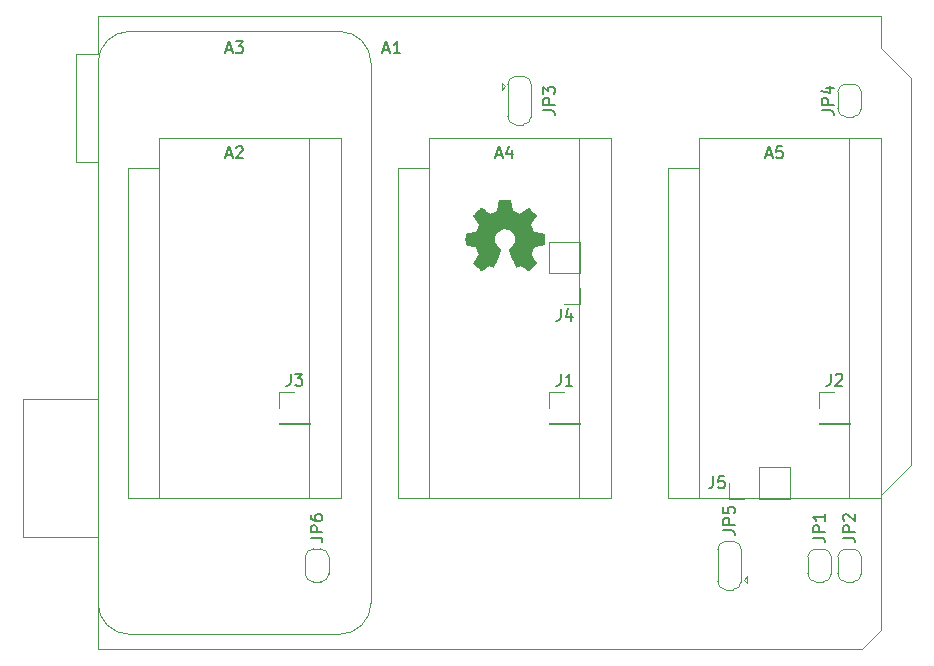
<source format=gbr>
G04 #@! TF.GenerationSoftware,KiCad,Pcbnew,5.1.5+dfsg1-2build2*
G04 #@! TF.CreationDate,2021-03-15T22:18:43+01:00*
G04 #@! TF.ProjectId,ProMicro_ADAPT,50726f4d-6963-4726-9f5f-41444150542e,v1.0*
G04 #@! TF.SameCoordinates,Original*
G04 #@! TF.FileFunction,Legend,Top*
G04 #@! TF.FilePolarity,Positive*
%FSLAX46Y46*%
G04 Gerber Fmt 4.6, Leading zero omitted, Abs format (unit mm)*
G04 Created by KiCad*
%MOMM*%
%LPD*%
G04 APERTURE LIST*
%ADD10C,0.120000*%
%ADD11C,0.010000*%
%ADD12C,0.150000*%
G04 APERTURE END LIST*
D10*
X124590000Y-110240000D02*
X127130000Y-107700000D01*
X124590000Y-121670000D02*
X124590000Y-110240000D01*
X122940000Y-123320000D02*
X124590000Y-121670000D01*
X58290000Y-123320000D02*
X122940000Y-123320000D01*
X58290000Y-113790000D02*
X58290000Y-123320000D01*
X51940000Y-113790000D02*
X58290000Y-113790000D01*
X51940000Y-102110000D02*
X51940000Y-113790000D01*
X58290000Y-102110000D02*
X51940000Y-102110000D01*
X58290000Y-82040000D02*
X58290000Y-102110000D01*
X56390000Y-82040000D02*
X58290000Y-82040000D01*
X56390000Y-72900000D02*
X56390000Y-82040000D01*
X58290000Y-72900000D02*
X56390000Y-72900000D01*
X58290000Y-69720000D02*
X58290000Y-72900000D01*
X124590000Y-69720000D02*
X58290000Y-69720000D01*
X124590000Y-72390000D02*
X124590000Y-69720000D01*
X127130000Y-74930000D02*
X124590000Y-72390000D01*
X127130000Y-107700000D02*
X127130000Y-74930000D01*
X111700000Y-110550000D02*
X111700000Y-109220000D01*
X113030000Y-110550000D02*
X111700000Y-110550000D01*
X114300000Y-110550000D02*
X114300000Y-107890000D01*
X114300000Y-107890000D02*
X116900000Y-107890000D01*
X114300000Y-110550000D02*
X116900000Y-110550000D01*
X116900000Y-110550000D02*
X116900000Y-107890000D01*
X99120000Y-94040000D02*
X97790000Y-94040000D01*
X99120000Y-92710000D02*
X99120000Y-94040000D01*
X99120000Y-91440000D02*
X96460000Y-91440000D01*
X96460000Y-91440000D02*
X96460000Y-88840000D01*
X99120000Y-91440000D02*
X99120000Y-88840000D01*
X99120000Y-88840000D02*
X96460000Y-88840000D01*
X106550000Y-82550000D02*
X106550000Y-110490000D01*
X121920000Y-80010000D02*
X121920000Y-110490000D01*
X109220000Y-82550000D02*
X106550000Y-82550000D01*
X109220000Y-80010000D02*
X109220000Y-110490000D01*
X106550000Y-110490000D02*
X124590000Y-110490000D01*
X124590000Y-110490000D02*
X124590000Y-80010000D01*
X124590000Y-80010000D02*
X109220000Y-80010000D01*
X83690000Y-82550000D02*
X83690000Y-110490000D01*
X99060000Y-80010000D02*
X99060000Y-110490000D01*
X86360000Y-82550000D02*
X83690000Y-82550000D01*
X86360000Y-80010000D02*
X86360000Y-110490000D01*
X83690000Y-110490000D02*
X101730000Y-110490000D01*
X101730000Y-110490000D02*
X101730000Y-80010000D01*
X101730000Y-80010000D02*
X86360000Y-80010000D01*
X60830000Y-82550000D02*
X60830000Y-110490000D01*
X76200000Y-80010000D02*
X76200000Y-110490000D01*
X63500000Y-82550000D02*
X60830000Y-82550000D01*
X63500000Y-80010000D02*
X63500000Y-110490000D01*
X60830000Y-110490000D02*
X78870000Y-110490000D01*
X78870000Y-110490000D02*
X78870000Y-80010000D01*
X78870000Y-80010000D02*
X63500000Y-80010000D01*
X77835000Y-115505000D02*
X77835000Y-116905000D01*
X77135000Y-117605000D02*
X76535000Y-117605000D01*
X75835000Y-116905000D02*
X75835000Y-115505000D01*
X76535000Y-114805000D02*
X77135000Y-114805000D01*
X77135000Y-114805000D02*
G75*
G02X77835000Y-115505000I0J-700000D01*
G01*
X75835000Y-115505000D02*
G75*
G02X76535000Y-114805000I700000J0D01*
G01*
X76535000Y-117605000D02*
G75*
G02X75835000Y-116905000I0J700000D01*
G01*
X77835000Y-116905000D02*
G75*
G02X77135000Y-117605000I-700000J0D01*
G01*
X111460000Y-118255000D02*
G75*
G02X110760000Y-117555000I0J700000D01*
G01*
X112760000Y-117555000D02*
G75*
G02X112060000Y-118255000I-700000J0D01*
G01*
X112060000Y-114155000D02*
G75*
G02X112760000Y-114855000I0J-700000D01*
G01*
X110760000Y-114855000D02*
G75*
G02X111460000Y-114155000I700000J0D01*
G01*
X110760000Y-117605000D02*
X110760000Y-114805000D01*
X111460000Y-114155000D02*
X112060000Y-114155000D01*
X112760000Y-114805000D02*
X112760000Y-117605000D01*
X112060000Y-118255000D02*
X111460000Y-118255000D01*
X112960000Y-117405000D02*
X113260000Y-117705000D01*
X113260000Y-117705000D02*
X113260000Y-117105000D01*
X112960000Y-117405000D02*
X113260000Y-117105000D01*
X120920000Y-77535000D02*
X120920000Y-76135000D01*
X121620000Y-75435000D02*
X122220000Y-75435000D01*
X122920000Y-76135000D02*
X122920000Y-77535000D01*
X122220000Y-78235000D02*
X121620000Y-78235000D01*
X121620000Y-78235000D02*
G75*
G02X120920000Y-77535000I0J700000D01*
G01*
X122920000Y-77535000D02*
G75*
G02X122220000Y-78235000I-700000J0D01*
G01*
X122220000Y-75435000D02*
G75*
G02X122920000Y-76135000I0J-700000D01*
G01*
X120920000Y-76135000D02*
G75*
G02X121620000Y-75435000I700000J0D01*
G01*
X94280000Y-74785000D02*
G75*
G02X94980000Y-75485000I0J-700000D01*
G01*
X92980000Y-75485000D02*
G75*
G02X93680000Y-74785000I700000J0D01*
G01*
X93680000Y-78885000D02*
G75*
G02X92980000Y-78185000I0J700000D01*
G01*
X94980000Y-78185000D02*
G75*
G02X94280000Y-78885000I-700000J0D01*
G01*
X94980000Y-75435000D02*
X94980000Y-78235000D01*
X94280000Y-78885000D02*
X93680000Y-78885000D01*
X92980000Y-78235000D02*
X92980000Y-75435000D01*
X93680000Y-74785000D02*
X94280000Y-74785000D01*
X92780000Y-75635000D02*
X92480000Y-75335000D01*
X92480000Y-75335000D02*
X92480000Y-75935000D01*
X92780000Y-75635000D02*
X92480000Y-75935000D01*
X120920000Y-116905000D02*
X120920000Y-115505000D01*
X121620000Y-114805000D02*
X122220000Y-114805000D01*
X122920000Y-115505000D02*
X122920000Y-116905000D01*
X122220000Y-117605000D02*
X121620000Y-117605000D01*
X121620000Y-117605000D02*
G75*
G02X120920000Y-116905000I0J700000D01*
G01*
X122920000Y-116905000D02*
G75*
G02X122220000Y-117605000I-700000J0D01*
G01*
X122220000Y-114805000D02*
G75*
G02X122920000Y-115505000I0J-700000D01*
G01*
X120920000Y-115505000D02*
G75*
G02X121620000Y-114805000I700000J0D01*
G01*
X118380000Y-116905000D02*
X118380000Y-115505000D01*
X119080000Y-114805000D02*
X119680000Y-114805000D01*
X120380000Y-115505000D02*
X120380000Y-116905000D01*
X119680000Y-117605000D02*
X119080000Y-117605000D01*
X119080000Y-117605000D02*
G75*
G02X118380000Y-116905000I0J700000D01*
G01*
X120380000Y-116905000D02*
G75*
G02X119680000Y-117605000I-700000J0D01*
G01*
X119680000Y-114805000D02*
G75*
G02X120380000Y-115505000I0J-700000D01*
G01*
X118380000Y-115505000D02*
G75*
G02X119080000Y-114805000I700000J0D01*
G01*
X73600000Y-101540000D02*
X74930000Y-101540000D01*
X73600000Y-102870000D02*
X73600000Y-101540000D01*
X73600000Y-104140000D02*
X76260000Y-104140000D01*
X76260000Y-104140000D02*
X76260000Y-104200000D01*
X73600000Y-104140000D02*
X73600000Y-104200000D01*
X73600000Y-104200000D02*
X76260000Y-104200000D01*
X119320000Y-101540000D02*
X120650000Y-101540000D01*
X119320000Y-102870000D02*
X119320000Y-101540000D01*
X119320000Y-104140000D02*
X121980000Y-104140000D01*
X121980000Y-104140000D02*
X121980000Y-104200000D01*
X119320000Y-104140000D02*
X119320000Y-104200000D01*
X119320000Y-104200000D02*
X121980000Y-104200000D01*
X96460000Y-101540000D02*
X97790000Y-101540000D01*
X96460000Y-102870000D02*
X96460000Y-101540000D01*
X96460000Y-104140000D02*
X99120000Y-104140000D01*
X99120000Y-104140000D02*
X99120000Y-104200000D01*
X96460000Y-104140000D02*
X96460000Y-104200000D01*
X96460000Y-104200000D02*
X99120000Y-104200000D01*
X60960000Y-122047000D02*
X78740000Y-122047000D01*
X60960000Y-70993000D02*
X78740000Y-70993000D01*
X58293000Y-119380000D02*
X58293000Y-73660000D01*
X81407000Y-119380000D02*
X81407000Y-73660000D01*
X60960000Y-122047000D02*
G75*
G02X58293000Y-119380000I0J2667000D01*
G01*
X81407000Y-119380000D02*
G75*
G02X78740000Y-122047000I-2667000J0D01*
G01*
X58293000Y-73660000D02*
G75*
G02X60960000Y-70993000I2667000J0D01*
G01*
X78740000Y-70993000D02*
G75*
G02X81407000Y-73660000I0J-2667000D01*
G01*
D11*
G36*
X93265814Y-85733931D02*
G01*
X93349635Y-86178555D01*
X93658920Y-86306053D01*
X93968206Y-86433551D01*
X94339246Y-86181246D01*
X94443157Y-86110996D01*
X94537087Y-86048272D01*
X94616652Y-85995938D01*
X94677470Y-85956857D01*
X94715157Y-85933893D01*
X94725421Y-85928942D01*
X94743910Y-85941676D01*
X94783420Y-85976882D01*
X94839522Y-86030062D01*
X94907787Y-86096718D01*
X94983786Y-86172354D01*
X95063092Y-86252472D01*
X95141275Y-86332574D01*
X95213907Y-86408164D01*
X95276559Y-86474745D01*
X95324803Y-86527818D01*
X95354210Y-86562887D01*
X95361241Y-86574623D01*
X95351123Y-86596260D01*
X95322759Y-86643662D01*
X95279129Y-86712193D01*
X95223218Y-86797215D01*
X95158006Y-86894093D01*
X95120219Y-86949350D01*
X95051343Y-87050248D01*
X94990140Y-87141299D01*
X94939578Y-87217970D01*
X94902628Y-87275728D01*
X94882258Y-87310043D01*
X94879197Y-87317254D01*
X94886136Y-87337748D01*
X94905051Y-87385513D01*
X94933087Y-87453832D01*
X94967391Y-87535989D01*
X95005109Y-87625270D01*
X95043387Y-87714958D01*
X95079370Y-87798338D01*
X95110206Y-87868694D01*
X95133039Y-87919310D01*
X95145017Y-87943471D01*
X95145724Y-87944422D01*
X95164531Y-87949036D01*
X95214618Y-87959328D01*
X95290793Y-87974287D01*
X95387865Y-87992901D01*
X95500643Y-88014159D01*
X95566442Y-88026418D01*
X95686950Y-88049362D01*
X95795797Y-88071195D01*
X95887476Y-88090722D01*
X95956481Y-88106748D01*
X95997304Y-88118079D01*
X96005511Y-88121674D01*
X96013548Y-88146006D01*
X96020033Y-88200959D01*
X96024970Y-88280108D01*
X96028364Y-88377026D01*
X96030218Y-88485287D01*
X96030538Y-88598465D01*
X96029327Y-88710135D01*
X96026590Y-88813868D01*
X96022331Y-88903241D01*
X96016555Y-88971826D01*
X96009267Y-89013197D01*
X96004895Y-89021810D01*
X95978764Y-89032133D01*
X95923393Y-89046892D01*
X95846107Y-89064352D01*
X95754230Y-89082780D01*
X95722158Y-89088741D01*
X95567524Y-89117066D01*
X95445375Y-89139876D01*
X95351673Y-89158080D01*
X95282384Y-89172583D01*
X95233471Y-89184292D01*
X95200897Y-89194115D01*
X95180628Y-89202956D01*
X95168626Y-89211724D01*
X95166947Y-89213457D01*
X95150184Y-89241371D01*
X95124614Y-89295695D01*
X95092788Y-89369777D01*
X95057260Y-89456965D01*
X95020583Y-89550608D01*
X94985311Y-89644052D01*
X94953996Y-89730647D01*
X94929193Y-89803740D01*
X94913454Y-89856678D01*
X94909332Y-89882811D01*
X94909676Y-89883726D01*
X94923641Y-89905086D01*
X94955322Y-89952084D01*
X95001391Y-90019827D01*
X95058518Y-90103423D01*
X95123373Y-90197982D01*
X95141843Y-90224854D01*
X95207699Y-90322275D01*
X95265650Y-90411163D01*
X95312538Y-90486412D01*
X95345207Y-90542920D01*
X95360500Y-90575581D01*
X95361241Y-90579593D01*
X95348392Y-90600684D01*
X95312888Y-90642464D01*
X95259293Y-90700445D01*
X95192171Y-90770135D01*
X95116087Y-90847045D01*
X95035604Y-90926683D01*
X94955287Y-91004561D01*
X94879699Y-91076186D01*
X94813405Y-91137070D01*
X94760969Y-91182721D01*
X94726955Y-91208650D01*
X94717545Y-91212883D01*
X94695643Y-91202912D01*
X94650800Y-91176020D01*
X94590321Y-91136736D01*
X94543789Y-91105117D01*
X94459475Y-91047098D01*
X94359626Y-90978784D01*
X94259473Y-90910579D01*
X94205627Y-90874075D01*
X94023371Y-90750800D01*
X93870381Y-90833520D01*
X93800682Y-90869759D01*
X93741414Y-90897926D01*
X93701311Y-90913991D01*
X93691103Y-90916226D01*
X93678829Y-90899722D01*
X93654613Y-90853082D01*
X93620263Y-90780609D01*
X93577588Y-90686606D01*
X93528394Y-90575374D01*
X93474490Y-90451215D01*
X93417684Y-90318432D01*
X93359782Y-90181327D01*
X93302593Y-90044202D01*
X93247924Y-89911358D01*
X93197584Y-89787098D01*
X93153380Y-89675725D01*
X93117119Y-89581539D01*
X93090609Y-89508844D01*
X93075658Y-89461941D01*
X93073254Y-89445833D01*
X93092311Y-89425286D01*
X93134036Y-89391933D01*
X93189706Y-89352702D01*
X93194378Y-89349599D01*
X93338264Y-89234423D01*
X93454283Y-89100053D01*
X93541430Y-88950784D01*
X93598699Y-88790913D01*
X93625086Y-88624737D01*
X93619585Y-88456552D01*
X93581190Y-88290655D01*
X93508895Y-88131342D01*
X93487626Y-88096487D01*
X93376996Y-87955737D01*
X93246302Y-87842714D01*
X93100064Y-87758003D01*
X92942808Y-87702194D01*
X92779057Y-87675874D01*
X92613333Y-87679630D01*
X92450162Y-87714050D01*
X92294065Y-87779723D01*
X92149567Y-87877235D01*
X92104869Y-87916813D01*
X91991112Y-88040703D01*
X91908218Y-88171124D01*
X91851356Y-88317315D01*
X91819687Y-88462088D01*
X91811869Y-88624860D01*
X91837938Y-88788440D01*
X91895245Y-88947298D01*
X91981144Y-89095906D01*
X92092986Y-89228735D01*
X92228123Y-89340256D01*
X92245883Y-89352011D01*
X92302150Y-89390508D01*
X92344923Y-89423863D01*
X92365372Y-89445160D01*
X92365669Y-89445833D01*
X92361279Y-89468871D01*
X92343876Y-89521157D01*
X92315268Y-89598390D01*
X92277265Y-89696268D01*
X92231674Y-89810491D01*
X92180303Y-89936758D01*
X92124962Y-90070767D01*
X92067458Y-90208218D01*
X92009601Y-90344808D01*
X91953198Y-90476237D01*
X91900058Y-90598205D01*
X91851990Y-90706409D01*
X91810801Y-90796549D01*
X91778301Y-90864323D01*
X91756297Y-90905430D01*
X91747436Y-90916226D01*
X91720360Y-90907819D01*
X91669697Y-90885272D01*
X91604183Y-90852613D01*
X91568159Y-90833520D01*
X91415168Y-90750800D01*
X91232912Y-90874075D01*
X91139875Y-90937228D01*
X91038015Y-91006727D01*
X90942562Y-91072165D01*
X90894750Y-91105117D01*
X90827505Y-91150273D01*
X90770564Y-91186057D01*
X90731354Y-91207938D01*
X90718619Y-91212563D01*
X90700083Y-91200085D01*
X90659059Y-91165252D01*
X90599525Y-91111678D01*
X90525458Y-91042983D01*
X90440835Y-90962781D01*
X90387315Y-90911286D01*
X90293681Y-90819286D01*
X90212759Y-90736999D01*
X90147823Y-90667945D01*
X90102142Y-90615644D01*
X90078989Y-90583616D01*
X90076768Y-90577116D01*
X90087076Y-90552394D01*
X90115561Y-90502405D01*
X90159063Y-90432212D01*
X90214423Y-90346875D01*
X90278480Y-90251456D01*
X90296697Y-90224854D01*
X90363073Y-90128167D01*
X90422622Y-90041117D01*
X90472016Y-89968595D01*
X90507925Y-89915493D01*
X90527019Y-89886703D01*
X90528864Y-89883726D01*
X90526105Y-89860782D01*
X90511462Y-89810336D01*
X90487487Y-89739041D01*
X90456734Y-89653547D01*
X90421756Y-89560507D01*
X90385107Y-89466574D01*
X90349339Y-89378399D01*
X90317006Y-89302634D01*
X90290662Y-89245931D01*
X90272858Y-89214943D01*
X90271593Y-89213457D01*
X90260706Y-89204601D01*
X90242318Y-89195843D01*
X90212394Y-89186277D01*
X90166897Y-89174996D01*
X90101791Y-89161093D01*
X90013039Y-89143663D01*
X89896607Y-89121798D01*
X89748458Y-89094591D01*
X89716382Y-89088741D01*
X89621314Y-89070374D01*
X89538435Y-89052405D01*
X89475070Y-89036569D01*
X89438542Y-89024600D01*
X89433644Y-89021810D01*
X89425573Y-88997072D01*
X89419013Y-88941790D01*
X89413967Y-88862389D01*
X89410441Y-88765296D01*
X89408439Y-88656938D01*
X89407964Y-88543740D01*
X89409023Y-88432128D01*
X89411618Y-88328529D01*
X89415754Y-88239368D01*
X89421437Y-88171072D01*
X89428669Y-88130066D01*
X89433029Y-88121674D01*
X89457302Y-88113208D01*
X89512574Y-88099435D01*
X89593338Y-88081550D01*
X89694088Y-88060748D01*
X89809317Y-88038223D01*
X89872098Y-88026418D01*
X89991213Y-88004151D01*
X90097435Y-87983979D01*
X90185573Y-87966915D01*
X90250434Y-87953969D01*
X90286826Y-87946155D01*
X90292816Y-87944422D01*
X90302939Y-87924890D01*
X90324338Y-87877843D01*
X90354161Y-87810003D01*
X90389555Y-87728091D01*
X90427668Y-87638828D01*
X90465647Y-87548935D01*
X90500640Y-87465135D01*
X90529794Y-87394147D01*
X90550257Y-87342694D01*
X90559177Y-87317497D01*
X90559343Y-87316396D01*
X90549231Y-87296519D01*
X90520883Y-87250777D01*
X90477277Y-87183717D01*
X90421394Y-87099884D01*
X90356213Y-87003826D01*
X90318321Y-86948650D01*
X90249275Y-86847481D01*
X90187950Y-86755630D01*
X90137337Y-86677744D01*
X90100429Y-86618469D01*
X90080218Y-86582451D01*
X90077299Y-86574377D01*
X90089847Y-86555584D01*
X90124537Y-86515457D01*
X90176937Y-86458493D01*
X90242616Y-86389185D01*
X90317144Y-86312031D01*
X90396087Y-86231525D01*
X90475017Y-86152163D01*
X90549500Y-86078440D01*
X90615106Y-86014852D01*
X90667404Y-85965894D01*
X90701961Y-85936061D01*
X90713522Y-85928942D01*
X90732346Y-85938953D01*
X90777369Y-85967078D01*
X90844213Y-86010454D01*
X90928501Y-86066218D01*
X91025856Y-86131506D01*
X91099293Y-86181246D01*
X91470333Y-86433551D01*
X92088905Y-86178555D01*
X92172725Y-85733931D01*
X92256546Y-85289307D01*
X93181994Y-85289307D01*
X93265814Y-85733931D01*
G37*
X93265814Y-85733931D02*
X93349635Y-86178555D01*
X93658920Y-86306053D01*
X93968206Y-86433551D01*
X94339246Y-86181246D01*
X94443157Y-86110996D01*
X94537087Y-86048272D01*
X94616652Y-85995938D01*
X94677470Y-85956857D01*
X94715157Y-85933893D01*
X94725421Y-85928942D01*
X94743910Y-85941676D01*
X94783420Y-85976882D01*
X94839522Y-86030062D01*
X94907787Y-86096718D01*
X94983786Y-86172354D01*
X95063092Y-86252472D01*
X95141275Y-86332574D01*
X95213907Y-86408164D01*
X95276559Y-86474745D01*
X95324803Y-86527818D01*
X95354210Y-86562887D01*
X95361241Y-86574623D01*
X95351123Y-86596260D01*
X95322759Y-86643662D01*
X95279129Y-86712193D01*
X95223218Y-86797215D01*
X95158006Y-86894093D01*
X95120219Y-86949350D01*
X95051343Y-87050248D01*
X94990140Y-87141299D01*
X94939578Y-87217970D01*
X94902628Y-87275728D01*
X94882258Y-87310043D01*
X94879197Y-87317254D01*
X94886136Y-87337748D01*
X94905051Y-87385513D01*
X94933087Y-87453832D01*
X94967391Y-87535989D01*
X95005109Y-87625270D01*
X95043387Y-87714958D01*
X95079370Y-87798338D01*
X95110206Y-87868694D01*
X95133039Y-87919310D01*
X95145017Y-87943471D01*
X95145724Y-87944422D01*
X95164531Y-87949036D01*
X95214618Y-87959328D01*
X95290793Y-87974287D01*
X95387865Y-87992901D01*
X95500643Y-88014159D01*
X95566442Y-88026418D01*
X95686950Y-88049362D01*
X95795797Y-88071195D01*
X95887476Y-88090722D01*
X95956481Y-88106748D01*
X95997304Y-88118079D01*
X96005511Y-88121674D01*
X96013548Y-88146006D01*
X96020033Y-88200959D01*
X96024970Y-88280108D01*
X96028364Y-88377026D01*
X96030218Y-88485287D01*
X96030538Y-88598465D01*
X96029327Y-88710135D01*
X96026590Y-88813868D01*
X96022331Y-88903241D01*
X96016555Y-88971826D01*
X96009267Y-89013197D01*
X96004895Y-89021810D01*
X95978764Y-89032133D01*
X95923393Y-89046892D01*
X95846107Y-89064352D01*
X95754230Y-89082780D01*
X95722158Y-89088741D01*
X95567524Y-89117066D01*
X95445375Y-89139876D01*
X95351673Y-89158080D01*
X95282384Y-89172583D01*
X95233471Y-89184292D01*
X95200897Y-89194115D01*
X95180628Y-89202956D01*
X95168626Y-89211724D01*
X95166947Y-89213457D01*
X95150184Y-89241371D01*
X95124614Y-89295695D01*
X95092788Y-89369777D01*
X95057260Y-89456965D01*
X95020583Y-89550608D01*
X94985311Y-89644052D01*
X94953996Y-89730647D01*
X94929193Y-89803740D01*
X94913454Y-89856678D01*
X94909332Y-89882811D01*
X94909676Y-89883726D01*
X94923641Y-89905086D01*
X94955322Y-89952084D01*
X95001391Y-90019827D01*
X95058518Y-90103423D01*
X95123373Y-90197982D01*
X95141843Y-90224854D01*
X95207699Y-90322275D01*
X95265650Y-90411163D01*
X95312538Y-90486412D01*
X95345207Y-90542920D01*
X95360500Y-90575581D01*
X95361241Y-90579593D01*
X95348392Y-90600684D01*
X95312888Y-90642464D01*
X95259293Y-90700445D01*
X95192171Y-90770135D01*
X95116087Y-90847045D01*
X95035604Y-90926683D01*
X94955287Y-91004561D01*
X94879699Y-91076186D01*
X94813405Y-91137070D01*
X94760969Y-91182721D01*
X94726955Y-91208650D01*
X94717545Y-91212883D01*
X94695643Y-91202912D01*
X94650800Y-91176020D01*
X94590321Y-91136736D01*
X94543789Y-91105117D01*
X94459475Y-91047098D01*
X94359626Y-90978784D01*
X94259473Y-90910579D01*
X94205627Y-90874075D01*
X94023371Y-90750800D01*
X93870381Y-90833520D01*
X93800682Y-90869759D01*
X93741414Y-90897926D01*
X93701311Y-90913991D01*
X93691103Y-90916226D01*
X93678829Y-90899722D01*
X93654613Y-90853082D01*
X93620263Y-90780609D01*
X93577588Y-90686606D01*
X93528394Y-90575374D01*
X93474490Y-90451215D01*
X93417684Y-90318432D01*
X93359782Y-90181327D01*
X93302593Y-90044202D01*
X93247924Y-89911358D01*
X93197584Y-89787098D01*
X93153380Y-89675725D01*
X93117119Y-89581539D01*
X93090609Y-89508844D01*
X93075658Y-89461941D01*
X93073254Y-89445833D01*
X93092311Y-89425286D01*
X93134036Y-89391933D01*
X93189706Y-89352702D01*
X93194378Y-89349599D01*
X93338264Y-89234423D01*
X93454283Y-89100053D01*
X93541430Y-88950784D01*
X93598699Y-88790913D01*
X93625086Y-88624737D01*
X93619585Y-88456552D01*
X93581190Y-88290655D01*
X93508895Y-88131342D01*
X93487626Y-88096487D01*
X93376996Y-87955737D01*
X93246302Y-87842714D01*
X93100064Y-87758003D01*
X92942808Y-87702194D01*
X92779057Y-87675874D01*
X92613333Y-87679630D01*
X92450162Y-87714050D01*
X92294065Y-87779723D01*
X92149567Y-87877235D01*
X92104869Y-87916813D01*
X91991112Y-88040703D01*
X91908218Y-88171124D01*
X91851356Y-88317315D01*
X91819687Y-88462088D01*
X91811869Y-88624860D01*
X91837938Y-88788440D01*
X91895245Y-88947298D01*
X91981144Y-89095906D01*
X92092986Y-89228735D01*
X92228123Y-89340256D01*
X92245883Y-89352011D01*
X92302150Y-89390508D01*
X92344923Y-89423863D01*
X92365372Y-89445160D01*
X92365669Y-89445833D01*
X92361279Y-89468871D01*
X92343876Y-89521157D01*
X92315268Y-89598390D01*
X92277265Y-89696268D01*
X92231674Y-89810491D01*
X92180303Y-89936758D01*
X92124962Y-90070767D01*
X92067458Y-90208218D01*
X92009601Y-90344808D01*
X91953198Y-90476237D01*
X91900058Y-90598205D01*
X91851990Y-90706409D01*
X91810801Y-90796549D01*
X91778301Y-90864323D01*
X91756297Y-90905430D01*
X91747436Y-90916226D01*
X91720360Y-90907819D01*
X91669697Y-90885272D01*
X91604183Y-90852613D01*
X91568159Y-90833520D01*
X91415168Y-90750800D01*
X91232912Y-90874075D01*
X91139875Y-90937228D01*
X91038015Y-91006727D01*
X90942562Y-91072165D01*
X90894750Y-91105117D01*
X90827505Y-91150273D01*
X90770564Y-91186057D01*
X90731354Y-91207938D01*
X90718619Y-91212563D01*
X90700083Y-91200085D01*
X90659059Y-91165252D01*
X90599525Y-91111678D01*
X90525458Y-91042983D01*
X90440835Y-90962781D01*
X90387315Y-90911286D01*
X90293681Y-90819286D01*
X90212759Y-90736999D01*
X90147823Y-90667945D01*
X90102142Y-90615644D01*
X90078989Y-90583616D01*
X90076768Y-90577116D01*
X90087076Y-90552394D01*
X90115561Y-90502405D01*
X90159063Y-90432212D01*
X90214423Y-90346875D01*
X90278480Y-90251456D01*
X90296697Y-90224854D01*
X90363073Y-90128167D01*
X90422622Y-90041117D01*
X90472016Y-89968595D01*
X90507925Y-89915493D01*
X90527019Y-89886703D01*
X90528864Y-89883726D01*
X90526105Y-89860782D01*
X90511462Y-89810336D01*
X90487487Y-89739041D01*
X90456734Y-89653547D01*
X90421756Y-89560507D01*
X90385107Y-89466574D01*
X90349339Y-89378399D01*
X90317006Y-89302634D01*
X90290662Y-89245931D01*
X90272858Y-89214943D01*
X90271593Y-89213457D01*
X90260706Y-89204601D01*
X90242318Y-89195843D01*
X90212394Y-89186277D01*
X90166897Y-89174996D01*
X90101791Y-89161093D01*
X90013039Y-89143663D01*
X89896607Y-89121798D01*
X89748458Y-89094591D01*
X89716382Y-89088741D01*
X89621314Y-89070374D01*
X89538435Y-89052405D01*
X89475070Y-89036569D01*
X89438542Y-89024600D01*
X89433644Y-89021810D01*
X89425573Y-88997072D01*
X89419013Y-88941790D01*
X89413967Y-88862389D01*
X89410441Y-88765296D01*
X89408439Y-88656938D01*
X89407964Y-88543740D01*
X89409023Y-88432128D01*
X89411618Y-88328529D01*
X89415754Y-88239368D01*
X89421437Y-88171072D01*
X89428669Y-88130066D01*
X89433029Y-88121674D01*
X89457302Y-88113208D01*
X89512574Y-88099435D01*
X89593338Y-88081550D01*
X89694088Y-88060748D01*
X89809317Y-88038223D01*
X89872098Y-88026418D01*
X89991213Y-88004151D01*
X90097435Y-87983979D01*
X90185573Y-87966915D01*
X90250434Y-87953969D01*
X90286826Y-87946155D01*
X90292816Y-87944422D01*
X90302939Y-87924890D01*
X90324338Y-87877843D01*
X90354161Y-87810003D01*
X90389555Y-87728091D01*
X90427668Y-87638828D01*
X90465647Y-87548935D01*
X90500640Y-87465135D01*
X90529794Y-87394147D01*
X90550257Y-87342694D01*
X90559177Y-87317497D01*
X90559343Y-87316396D01*
X90549231Y-87296519D01*
X90520883Y-87250777D01*
X90477277Y-87183717D01*
X90421394Y-87099884D01*
X90356213Y-87003826D01*
X90318321Y-86948650D01*
X90249275Y-86847481D01*
X90187950Y-86755630D01*
X90137337Y-86677744D01*
X90100429Y-86618469D01*
X90080218Y-86582451D01*
X90077299Y-86574377D01*
X90089847Y-86555584D01*
X90124537Y-86515457D01*
X90176937Y-86458493D01*
X90242616Y-86389185D01*
X90317144Y-86312031D01*
X90396087Y-86231525D01*
X90475017Y-86152163D01*
X90549500Y-86078440D01*
X90615106Y-86014852D01*
X90667404Y-85965894D01*
X90701961Y-85936061D01*
X90713522Y-85928942D01*
X90732346Y-85938953D01*
X90777369Y-85967078D01*
X90844213Y-86010454D01*
X90928501Y-86066218D01*
X91025856Y-86131506D01*
X91099293Y-86181246D01*
X91470333Y-86433551D01*
X92088905Y-86178555D01*
X92172725Y-85733931D01*
X92256546Y-85289307D01*
X93181994Y-85289307D01*
X93265814Y-85733931D01*
D12*
X82470714Y-72556666D02*
X82946904Y-72556666D01*
X82375476Y-72842380D02*
X82708809Y-71842380D01*
X83042142Y-72842380D01*
X83899285Y-72842380D02*
X83327857Y-72842380D01*
X83613571Y-72842380D02*
X83613571Y-71842380D01*
X83518333Y-71985238D01*
X83423095Y-72080476D01*
X83327857Y-72128095D01*
X110366666Y-108672380D02*
X110366666Y-109386666D01*
X110319047Y-109529523D01*
X110223809Y-109624761D01*
X110080952Y-109672380D01*
X109985714Y-109672380D01*
X111319047Y-108672380D02*
X110842857Y-108672380D01*
X110795238Y-109148571D01*
X110842857Y-109100952D01*
X110938095Y-109053333D01*
X111176190Y-109053333D01*
X111271428Y-109100952D01*
X111319047Y-109148571D01*
X111366666Y-109243809D01*
X111366666Y-109481904D01*
X111319047Y-109577142D01*
X111271428Y-109624761D01*
X111176190Y-109672380D01*
X110938095Y-109672380D01*
X110842857Y-109624761D01*
X110795238Y-109577142D01*
X97456666Y-94492380D02*
X97456666Y-95206666D01*
X97409047Y-95349523D01*
X97313809Y-95444761D01*
X97170952Y-95492380D01*
X97075714Y-95492380D01*
X98361428Y-94825714D02*
X98361428Y-95492380D01*
X98123333Y-94444761D02*
X97885238Y-95159047D01*
X98504285Y-95159047D01*
X114855714Y-81446666D02*
X115331904Y-81446666D01*
X114760476Y-81732380D02*
X115093809Y-80732380D01*
X115427142Y-81732380D01*
X116236666Y-80732380D02*
X115760476Y-80732380D01*
X115712857Y-81208571D01*
X115760476Y-81160952D01*
X115855714Y-81113333D01*
X116093809Y-81113333D01*
X116189047Y-81160952D01*
X116236666Y-81208571D01*
X116284285Y-81303809D01*
X116284285Y-81541904D01*
X116236666Y-81637142D01*
X116189047Y-81684761D01*
X116093809Y-81732380D01*
X115855714Y-81732380D01*
X115760476Y-81684761D01*
X115712857Y-81637142D01*
X91995714Y-81446666D02*
X92471904Y-81446666D01*
X91900476Y-81732380D02*
X92233809Y-80732380D01*
X92567142Y-81732380D01*
X93329047Y-81065714D02*
X93329047Y-81732380D01*
X93090952Y-80684761D02*
X92852857Y-81399047D01*
X93471904Y-81399047D01*
X69135714Y-81446666D02*
X69611904Y-81446666D01*
X69040476Y-81732380D02*
X69373809Y-80732380D01*
X69707142Y-81732380D01*
X69992857Y-80827619D02*
X70040476Y-80780000D01*
X70135714Y-80732380D01*
X70373809Y-80732380D01*
X70469047Y-80780000D01*
X70516666Y-80827619D01*
X70564285Y-80922857D01*
X70564285Y-81018095D01*
X70516666Y-81160952D01*
X69945238Y-81732380D01*
X70564285Y-81732380D01*
X76287380Y-113863333D02*
X77001666Y-113863333D01*
X77144523Y-113910952D01*
X77239761Y-114006190D01*
X77287380Y-114149047D01*
X77287380Y-114244285D01*
X77287380Y-113387142D02*
X76287380Y-113387142D01*
X76287380Y-113006190D01*
X76335000Y-112910952D01*
X76382619Y-112863333D01*
X76477857Y-112815714D01*
X76620714Y-112815714D01*
X76715952Y-112863333D01*
X76763571Y-112910952D01*
X76811190Y-113006190D01*
X76811190Y-113387142D01*
X76287380Y-111958571D02*
X76287380Y-112149047D01*
X76335000Y-112244285D01*
X76382619Y-112291904D01*
X76525476Y-112387142D01*
X76715952Y-112434761D01*
X77096904Y-112434761D01*
X77192142Y-112387142D01*
X77239761Y-112339523D01*
X77287380Y-112244285D01*
X77287380Y-112053809D01*
X77239761Y-111958571D01*
X77192142Y-111910952D01*
X77096904Y-111863333D01*
X76858809Y-111863333D01*
X76763571Y-111910952D01*
X76715952Y-111958571D01*
X76668333Y-112053809D01*
X76668333Y-112244285D01*
X76715952Y-112339523D01*
X76763571Y-112387142D01*
X76858809Y-112434761D01*
X111212380Y-113228333D02*
X111926666Y-113228333D01*
X112069523Y-113275952D01*
X112164761Y-113371190D01*
X112212380Y-113514047D01*
X112212380Y-113609285D01*
X112212380Y-112752142D02*
X111212380Y-112752142D01*
X111212380Y-112371190D01*
X111260000Y-112275952D01*
X111307619Y-112228333D01*
X111402857Y-112180714D01*
X111545714Y-112180714D01*
X111640952Y-112228333D01*
X111688571Y-112275952D01*
X111736190Y-112371190D01*
X111736190Y-112752142D01*
X111212380Y-111275952D02*
X111212380Y-111752142D01*
X111688571Y-111799761D01*
X111640952Y-111752142D01*
X111593333Y-111656904D01*
X111593333Y-111418809D01*
X111640952Y-111323571D01*
X111688571Y-111275952D01*
X111783809Y-111228333D01*
X112021904Y-111228333D01*
X112117142Y-111275952D01*
X112164761Y-111323571D01*
X112212380Y-111418809D01*
X112212380Y-111656904D01*
X112164761Y-111752142D01*
X112117142Y-111799761D01*
X119572380Y-77668333D02*
X120286666Y-77668333D01*
X120429523Y-77715952D01*
X120524761Y-77811190D01*
X120572380Y-77954047D01*
X120572380Y-78049285D01*
X120572380Y-77192142D02*
X119572380Y-77192142D01*
X119572380Y-76811190D01*
X119620000Y-76715952D01*
X119667619Y-76668333D01*
X119762857Y-76620714D01*
X119905714Y-76620714D01*
X120000952Y-76668333D01*
X120048571Y-76715952D01*
X120096190Y-76811190D01*
X120096190Y-77192142D01*
X119905714Y-75763571D02*
X120572380Y-75763571D01*
X119524761Y-76001666D02*
X120239047Y-76239761D01*
X120239047Y-75620714D01*
X95972380Y-77668333D02*
X96686666Y-77668333D01*
X96829523Y-77715952D01*
X96924761Y-77811190D01*
X96972380Y-77954047D01*
X96972380Y-78049285D01*
X96972380Y-77192142D02*
X95972380Y-77192142D01*
X95972380Y-76811190D01*
X96020000Y-76715952D01*
X96067619Y-76668333D01*
X96162857Y-76620714D01*
X96305714Y-76620714D01*
X96400952Y-76668333D01*
X96448571Y-76715952D01*
X96496190Y-76811190D01*
X96496190Y-77192142D01*
X95972380Y-76287380D02*
X95972380Y-75668333D01*
X96353333Y-76001666D01*
X96353333Y-75858809D01*
X96400952Y-75763571D01*
X96448571Y-75715952D01*
X96543809Y-75668333D01*
X96781904Y-75668333D01*
X96877142Y-75715952D01*
X96924761Y-75763571D01*
X96972380Y-75858809D01*
X96972380Y-76144523D01*
X96924761Y-76239761D01*
X96877142Y-76287380D01*
X121372380Y-113863333D02*
X122086666Y-113863333D01*
X122229523Y-113910952D01*
X122324761Y-114006190D01*
X122372380Y-114149047D01*
X122372380Y-114244285D01*
X122372380Y-113387142D02*
X121372380Y-113387142D01*
X121372380Y-113006190D01*
X121420000Y-112910952D01*
X121467619Y-112863333D01*
X121562857Y-112815714D01*
X121705714Y-112815714D01*
X121800952Y-112863333D01*
X121848571Y-112910952D01*
X121896190Y-113006190D01*
X121896190Y-113387142D01*
X121467619Y-112434761D02*
X121420000Y-112387142D01*
X121372380Y-112291904D01*
X121372380Y-112053809D01*
X121420000Y-111958571D01*
X121467619Y-111910952D01*
X121562857Y-111863333D01*
X121658095Y-111863333D01*
X121800952Y-111910952D01*
X122372380Y-112482380D01*
X122372380Y-111863333D01*
X118832380Y-113863333D02*
X119546666Y-113863333D01*
X119689523Y-113910952D01*
X119784761Y-114006190D01*
X119832380Y-114149047D01*
X119832380Y-114244285D01*
X119832380Y-113387142D02*
X118832380Y-113387142D01*
X118832380Y-113006190D01*
X118880000Y-112910952D01*
X118927619Y-112863333D01*
X119022857Y-112815714D01*
X119165714Y-112815714D01*
X119260952Y-112863333D01*
X119308571Y-112910952D01*
X119356190Y-113006190D01*
X119356190Y-113387142D01*
X119832380Y-111863333D02*
X119832380Y-112434761D01*
X119832380Y-112149047D02*
X118832380Y-112149047D01*
X118975238Y-112244285D01*
X119070476Y-112339523D01*
X119118095Y-112434761D01*
X74596666Y-99992380D02*
X74596666Y-100706666D01*
X74549047Y-100849523D01*
X74453809Y-100944761D01*
X74310952Y-100992380D01*
X74215714Y-100992380D01*
X74977619Y-99992380D02*
X75596666Y-99992380D01*
X75263333Y-100373333D01*
X75406190Y-100373333D01*
X75501428Y-100420952D01*
X75549047Y-100468571D01*
X75596666Y-100563809D01*
X75596666Y-100801904D01*
X75549047Y-100897142D01*
X75501428Y-100944761D01*
X75406190Y-100992380D01*
X75120476Y-100992380D01*
X75025238Y-100944761D01*
X74977619Y-100897142D01*
X120316666Y-99992380D02*
X120316666Y-100706666D01*
X120269047Y-100849523D01*
X120173809Y-100944761D01*
X120030952Y-100992380D01*
X119935714Y-100992380D01*
X120745238Y-100087619D02*
X120792857Y-100040000D01*
X120888095Y-99992380D01*
X121126190Y-99992380D01*
X121221428Y-100040000D01*
X121269047Y-100087619D01*
X121316666Y-100182857D01*
X121316666Y-100278095D01*
X121269047Y-100420952D01*
X120697619Y-100992380D01*
X121316666Y-100992380D01*
X97456666Y-99992380D02*
X97456666Y-100706666D01*
X97409047Y-100849523D01*
X97313809Y-100944761D01*
X97170952Y-100992380D01*
X97075714Y-100992380D01*
X98456666Y-100992380D02*
X97885238Y-100992380D01*
X98170952Y-100992380D02*
X98170952Y-99992380D01*
X98075714Y-100135238D01*
X97980476Y-100230476D01*
X97885238Y-100278095D01*
X69135714Y-72556666D02*
X69611904Y-72556666D01*
X69040476Y-72842380D02*
X69373809Y-71842380D01*
X69707142Y-72842380D01*
X69945238Y-71842380D02*
X70564285Y-71842380D01*
X70230952Y-72223333D01*
X70373809Y-72223333D01*
X70469047Y-72270952D01*
X70516666Y-72318571D01*
X70564285Y-72413809D01*
X70564285Y-72651904D01*
X70516666Y-72747142D01*
X70469047Y-72794761D01*
X70373809Y-72842380D01*
X70088095Y-72842380D01*
X69992857Y-72794761D01*
X69945238Y-72747142D01*
M02*

</source>
